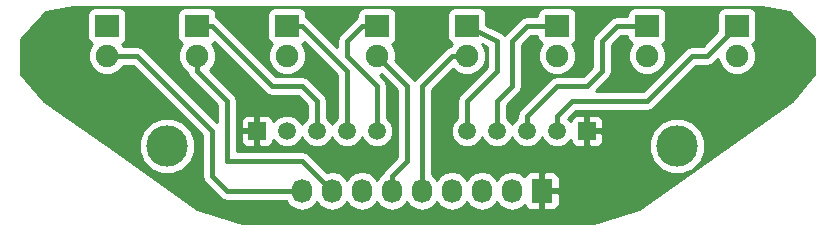
<source format=gbr>
G04 #@! TF.FileFunction,Copper,L1,Top,Signal*
%FSLAX46Y46*%
G04 Gerber Fmt 4.6, Leading zero omitted, Abs format (unit mm)*
G04 Created by KiCad (PCBNEW 4.0.2+dfsg1-stable) date dom 10 sep 2017 20:45:57 CEST*
%MOMM*%
G01*
G04 APERTURE LIST*
%ADD10C,0.100000*%
%ADD11R,2.000000X1.900000*%
%ADD12C,1.900000*%
%ADD13C,1.500000*%
%ADD14R,1.500000X1.500000*%
%ADD15R,1.727200X2.032000*%
%ADD16O,1.727200X2.032000*%
%ADD17C,3.500000*%
%ADD18C,0.400000*%
%ADD19C,0.254000*%
G04 APERTURE END LIST*
D10*
D11*
X176530000Y-87630000D03*
D12*
X176530000Y-90170000D03*
D13*
X153670000Y-96520000D03*
D14*
X163830000Y-96520000D03*
D13*
X161290000Y-96520000D03*
X156210000Y-96520000D03*
X158750000Y-96520000D03*
X146050000Y-96520000D03*
D14*
X135890000Y-96520000D03*
D13*
X138430000Y-96520000D03*
X143510000Y-96520000D03*
X140970000Y-96520000D03*
D11*
X168910000Y-87630000D03*
D12*
X168910000Y-90170000D03*
D11*
X161290000Y-87630000D03*
D12*
X161290000Y-90170000D03*
D11*
X153670000Y-87630000D03*
D12*
X153670000Y-90170000D03*
D11*
X146050000Y-87630000D03*
D12*
X146050000Y-90170000D03*
D11*
X138430000Y-87630000D03*
D12*
X138430000Y-90170000D03*
D11*
X123190000Y-87630000D03*
D12*
X123190000Y-90170000D03*
D11*
X130810000Y-87630000D03*
D12*
X130810000Y-90170000D03*
D15*
X160020000Y-101600000D03*
D16*
X157480000Y-101600000D03*
X154940000Y-101600000D03*
X152400000Y-101600000D03*
X149860000Y-101600000D03*
X147320000Y-101600000D03*
X144780000Y-101600000D03*
X142240000Y-101600000D03*
X139700000Y-101600000D03*
D17*
X171450000Y-97790000D03*
X128270000Y-97790000D03*
D18*
X123190000Y-90170000D02*
X125730000Y-90170000D01*
X133350000Y-101600000D02*
X139700000Y-101600000D01*
X132080000Y-100330000D02*
X133350000Y-101600000D01*
X132080000Y-96520000D02*
X132080000Y-100330000D01*
X125730000Y-90170000D02*
X132080000Y-96520000D01*
X130810000Y-87630000D02*
X132080000Y-87630000D01*
X140970000Y-93980000D02*
X140970000Y-96520000D01*
X139700000Y-92710000D02*
X140970000Y-93980000D01*
X137160000Y-92710000D02*
X139700000Y-92710000D01*
X132080000Y-87630000D02*
X137160000Y-92710000D01*
X142240000Y-101600000D02*
X139700000Y-99060000D01*
X130810000Y-91440000D02*
X130810000Y-90170000D01*
X133350000Y-93980000D02*
X130810000Y-91440000D01*
X133350000Y-99060000D02*
X133350000Y-93980000D01*
X139700000Y-99060000D02*
X133350000Y-99060000D01*
X143510000Y-91440000D02*
X143510000Y-96520000D01*
X139700000Y-87630000D02*
X143510000Y-91440000D01*
X138430000Y-87630000D02*
X139700000Y-87630000D01*
X146050000Y-96520000D02*
X146050000Y-92710000D01*
X144780000Y-87630000D02*
X146050000Y-87630000D01*
X143510000Y-88900000D02*
X144780000Y-87630000D01*
X143510000Y-90170000D02*
X143510000Y-88900000D01*
X146050000Y-92710000D02*
X143510000Y-90170000D01*
X147320000Y-101600000D02*
X147320000Y-100330000D01*
X148590000Y-92710000D02*
X146050000Y-90170000D01*
X148590000Y-99060000D02*
X148590000Y-92710000D01*
X147320000Y-100330000D02*
X148590000Y-99060000D01*
X153670000Y-96520000D02*
X153670000Y-93980000D01*
X156210000Y-88900000D02*
X153670000Y-87630000D01*
X156210000Y-91440000D02*
X156210000Y-88900000D01*
X154940000Y-92710000D02*
X156210000Y-91440000D01*
X153670000Y-93980000D02*
X154940000Y-92710000D01*
X149860000Y-101600000D02*
X149860000Y-92710000D01*
X152400000Y-90170000D02*
X153670000Y-90170000D01*
X149860000Y-92710000D02*
X152400000Y-90170000D01*
X156210000Y-96520000D02*
X156210000Y-93980000D01*
X158750000Y-87630000D02*
X161290000Y-87630000D01*
X157480000Y-88900000D02*
X158750000Y-87630000D01*
X157480000Y-92710000D02*
X157480000Y-88900000D01*
X156210000Y-93980000D02*
X157480000Y-92710000D01*
X158750000Y-96520000D02*
X158750000Y-95250000D01*
X166370000Y-87630000D02*
X168910000Y-87630000D01*
X165100000Y-88900000D02*
X166370000Y-87630000D01*
X165100000Y-91440000D02*
X165100000Y-88900000D01*
X163830000Y-92710000D02*
X165100000Y-91440000D01*
X161290000Y-92710000D02*
X163830000Y-92710000D01*
X158750000Y-95250000D02*
X161290000Y-92710000D01*
X161290000Y-96520000D02*
X161290000Y-95250000D01*
X173990000Y-90170000D02*
X176530000Y-87630000D01*
X172720000Y-90170000D02*
X173990000Y-90170000D01*
X168910000Y-93980000D02*
X172720000Y-90170000D01*
X162560000Y-93980000D02*
X168910000Y-93980000D01*
X161290000Y-95250000D02*
X162560000Y-93980000D01*
D19*
G36*
X180944780Y-86455746D02*
X183099334Y-88695949D01*
X183099334Y-91672495D01*
X181205749Y-93950738D01*
X168283140Y-103096781D01*
X164441851Y-104318600D01*
X134654266Y-104318600D01*
X130819668Y-103101520D01*
X123964318Y-98262325D01*
X125884587Y-98262325D01*
X126246916Y-99139229D01*
X126917242Y-99810726D01*
X127793513Y-100174585D01*
X128742325Y-100175413D01*
X129619229Y-99813084D01*
X130290726Y-99142758D01*
X130654585Y-98266487D01*
X130655413Y-97317675D01*
X130293084Y-96440771D01*
X129622758Y-95769274D01*
X128746487Y-95405415D01*
X127797675Y-95404587D01*
X126920771Y-95766916D01*
X126249274Y-96437242D01*
X125885415Y-97313513D01*
X125884587Y-98262325D01*
X123964318Y-98262325D01*
X117881444Y-93968422D01*
X115952829Y-91721162D01*
X115952829Y-88738626D01*
X117814785Y-86680000D01*
X121542560Y-86680000D01*
X121542560Y-88580000D01*
X121586838Y-88815317D01*
X121725910Y-89031441D01*
X121938110Y-89176431D01*
X121941192Y-89177055D01*
X121847086Y-89270997D01*
X121605276Y-89853341D01*
X121604725Y-90483893D01*
X121845519Y-91066657D01*
X122290997Y-91512914D01*
X122873341Y-91754724D01*
X123503893Y-91755275D01*
X124086657Y-91514481D01*
X124532914Y-91069003D01*
X124559490Y-91005000D01*
X125384132Y-91005000D01*
X131245000Y-96865868D01*
X131245000Y-100330000D01*
X131308561Y-100649541D01*
X131437002Y-100841766D01*
X131489566Y-100920434D01*
X132759566Y-102190434D01*
X133030459Y-102371439D01*
X133350000Y-102435000D01*
X138366767Y-102435000D01*
X138640330Y-102844415D01*
X139126511Y-103169271D01*
X139700000Y-103283345D01*
X140273489Y-103169271D01*
X140759670Y-102844415D01*
X140970000Y-102529634D01*
X141180330Y-102844415D01*
X141666511Y-103169271D01*
X142240000Y-103283345D01*
X142813489Y-103169271D01*
X143299670Y-102844415D01*
X143510000Y-102529634D01*
X143720330Y-102844415D01*
X144206511Y-103169271D01*
X144780000Y-103283345D01*
X145353489Y-103169271D01*
X145839670Y-102844415D01*
X146050000Y-102529634D01*
X146260330Y-102844415D01*
X146746511Y-103169271D01*
X147320000Y-103283345D01*
X147893489Y-103169271D01*
X148379670Y-102844415D01*
X148590000Y-102529634D01*
X148800330Y-102844415D01*
X149286511Y-103169271D01*
X149860000Y-103283345D01*
X150433489Y-103169271D01*
X150919670Y-102844415D01*
X151130000Y-102529634D01*
X151340330Y-102844415D01*
X151826511Y-103169271D01*
X152400000Y-103283345D01*
X152973489Y-103169271D01*
X153459670Y-102844415D01*
X153670000Y-102529634D01*
X153880330Y-102844415D01*
X154366511Y-103169271D01*
X154940000Y-103283345D01*
X155513489Y-103169271D01*
X155999670Y-102844415D01*
X156210000Y-102529634D01*
X156420330Y-102844415D01*
X156906511Y-103169271D01*
X157480000Y-103283345D01*
X158053489Y-103169271D01*
X158539670Y-102844415D01*
X158554500Y-102822220D01*
X158618073Y-102975698D01*
X158796701Y-103154327D01*
X159030090Y-103251000D01*
X159734250Y-103251000D01*
X159893000Y-103092250D01*
X159893000Y-101727000D01*
X160147000Y-101727000D01*
X160147000Y-103092250D01*
X160305750Y-103251000D01*
X161009910Y-103251000D01*
X161243299Y-103154327D01*
X161421927Y-102975698D01*
X161518600Y-102742309D01*
X161518600Y-101885750D01*
X161359850Y-101727000D01*
X160147000Y-101727000D01*
X159893000Y-101727000D01*
X159873000Y-101727000D01*
X159873000Y-101473000D01*
X159893000Y-101473000D01*
X159893000Y-100107750D01*
X160147000Y-100107750D01*
X160147000Y-101473000D01*
X161359850Y-101473000D01*
X161518600Y-101314250D01*
X161518600Y-100457691D01*
X161421927Y-100224302D01*
X161243299Y-100045673D01*
X161009910Y-99949000D01*
X160305750Y-99949000D01*
X160147000Y-100107750D01*
X159893000Y-100107750D01*
X159734250Y-99949000D01*
X159030090Y-99949000D01*
X158796701Y-100045673D01*
X158618073Y-100224302D01*
X158554500Y-100377780D01*
X158539670Y-100355585D01*
X158053489Y-100030729D01*
X157480000Y-99916655D01*
X156906511Y-100030729D01*
X156420330Y-100355585D01*
X156210000Y-100670366D01*
X155999670Y-100355585D01*
X155513489Y-100030729D01*
X154940000Y-99916655D01*
X154366511Y-100030729D01*
X153880330Y-100355585D01*
X153670000Y-100670366D01*
X153459670Y-100355585D01*
X152973489Y-100030729D01*
X152400000Y-99916655D01*
X151826511Y-100030729D01*
X151340330Y-100355585D01*
X151130000Y-100670366D01*
X150919670Y-100355585D01*
X150695000Y-100205465D01*
X150695000Y-98262325D01*
X169064587Y-98262325D01*
X169426916Y-99139229D01*
X170097242Y-99810726D01*
X170973513Y-100174585D01*
X171922325Y-100175413D01*
X172799229Y-99813084D01*
X173470726Y-99142758D01*
X173834585Y-98266487D01*
X173835413Y-97317675D01*
X173473084Y-96440771D01*
X172802758Y-95769274D01*
X171926487Y-95405415D01*
X170977675Y-95404587D01*
X170100771Y-95766916D01*
X169429274Y-96437242D01*
X169065415Y-97313513D01*
X169064587Y-98262325D01*
X150695000Y-98262325D01*
X150695000Y-93055868D01*
X152504708Y-91246160D01*
X152770997Y-91512914D01*
X153353341Y-91754724D01*
X153983893Y-91755275D01*
X154566657Y-91514481D01*
X155012914Y-91069003D01*
X155254724Y-90486659D01*
X155255275Y-89856107D01*
X155014481Y-89273343D01*
X154939655Y-89198386D01*
X155375000Y-89416059D01*
X155375000Y-91094132D01*
X153079566Y-93389566D01*
X152898561Y-93660459D01*
X152835000Y-93980000D01*
X152835000Y-95396564D01*
X152496539Y-95734436D01*
X152285241Y-96243298D01*
X152284760Y-96794285D01*
X152495169Y-97303515D01*
X152884436Y-97693461D01*
X153393298Y-97904759D01*
X153944285Y-97905240D01*
X154453515Y-97694831D01*
X154843461Y-97305564D01*
X154939976Y-97073130D01*
X155035169Y-97303515D01*
X155424436Y-97693461D01*
X155933298Y-97904759D01*
X156484285Y-97905240D01*
X156993515Y-97694831D01*
X157383461Y-97305564D01*
X157479976Y-97073130D01*
X157575169Y-97303515D01*
X157964436Y-97693461D01*
X158473298Y-97904759D01*
X159024285Y-97905240D01*
X159533515Y-97694831D01*
X159923461Y-97305564D01*
X160019976Y-97073130D01*
X160115169Y-97303515D01*
X160504436Y-97693461D01*
X161013298Y-97904759D01*
X161564285Y-97905240D01*
X162073515Y-97694831D01*
X162445000Y-97323993D01*
X162445000Y-97396310D01*
X162541673Y-97629699D01*
X162720302Y-97808327D01*
X162953691Y-97905000D01*
X163544250Y-97905000D01*
X163703000Y-97746250D01*
X163703000Y-96647000D01*
X163957000Y-96647000D01*
X163957000Y-97746250D01*
X164115750Y-97905000D01*
X164706309Y-97905000D01*
X164939698Y-97808327D01*
X165118327Y-97629699D01*
X165215000Y-97396310D01*
X165215000Y-96805750D01*
X165056250Y-96647000D01*
X163957000Y-96647000D01*
X163703000Y-96647000D01*
X163683000Y-96647000D01*
X163683000Y-96393000D01*
X163703000Y-96393000D01*
X163703000Y-95293750D01*
X163957000Y-95293750D01*
X163957000Y-96393000D01*
X165056250Y-96393000D01*
X165215000Y-96234250D01*
X165215000Y-95643690D01*
X165118327Y-95410301D01*
X164939698Y-95231673D01*
X164706309Y-95135000D01*
X164115750Y-95135000D01*
X163957000Y-95293750D01*
X163703000Y-95293750D01*
X163544250Y-95135000D01*
X162953691Y-95135000D01*
X162720302Y-95231673D01*
X162541673Y-95410301D01*
X162445000Y-95643690D01*
X162445000Y-95716619D01*
X162224816Y-95496052D01*
X162905868Y-94815000D01*
X168910000Y-94815000D01*
X169229541Y-94751439D01*
X169500434Y-94570434D01*
X173065868Y-91005000D01*
X173990000Y-91005000D01*
X174309541Y-90941439D01*
X174580434Y-90760434D01*
X174944802Y-90396066D01*
X174944725Y-90483893D01*
X175185519Y-91066657D01*
X175630997Y-91512914D01*
X176213341Y-91754724D01*
X176843893Y-91755275D01*
X177426657Y-91514481D01*
X177872914Y-91069003D01*
X178114724Y-90486659D01*
X178115275Y-89856107D01*
X177874481Y-89273343D01*
X177776971Y-89175663D01*
X177981441Y-89044090D01*
X178126431Y-88831890D01*
X178177440Y-88580000D01*
X178177440Y-86680000D01*
X178133162Y-86444683D01*
X177994090Y-86228559D01*
X177781890Y-86083569D01*
X177530000Y-86032560D01*
X175530000Y-86032560D01*
X175294683Y-86076838D01*
X175078559Y-86215910D01*
X174933569Y-86428110D01*
X174882560Y-86680000D01*
X174882560Y-88096572D01*
X173644132Y-89335000D01*
X172720000Y-89335000D01*
X172400460Y-89398560D01*
X172129566Y-89579566D01*
X168564132Y-93145000D01*
X164575868Y-93145000D01*
X165690434Y-92030434D01*
X165727608Y-91974799D01*
X165871439Y-91759541D01*
X165935000Y-91440000D01*
X165935000Y-89245868D01*
X166715868Y-88465000D01*
X167262560Y-88465000D01*
X167262560Y-88580000D01*
X167306838Y-88815317D01*
X167445910Y-89031441D01*
X167658110Y-89176431D01*
X167661192Y-89177055D01*
X167567086Y-89270997D01*
X167325276Y-89853341D01*
X167324725Y-90483893D01*
X167565519Y-91066657D01*
X168010997Y-91512914D01*
X168593341Y-91754724D01*
X169223893Y-91755275D01*
X169806657Y-91514481D01*
X170252914Y-91069003D01*
X170494724Y-90486659D01*
X170495275Y-89856107D01*
X170254481Y-89273343D01*
X170156971Y-89175663D01*
X170361441Y-89044090D01*
X170506431Y-88831890D01*
X170557440Y-88580000D01*
X170557440Y-86680000D01*
X170513162Y-86444683D01*
X170374090Y-86228559D01*
X170161890Y-86083569D01*
X169910000Y-86032560D01*
X167910000Y-86032560D01*
X167674683Y-86076838D01*
X167458559Y-86215910D01*
X167313569Y-86428110D01*
X167262560Y-86680000D01*
X167262560Y-86795000D01*
X166370000Y-86795000D01*
X166050459Y-86858561D01*
X165839984Y-86999196D01*
X165779566Y-87039566D01*
X164509566Y-88309566D01*
X164328561Y-88580459D01*
X164265000Y-88900000D01*
X164265000Y-91094132D01*
X163484132Y-91875000D01*
X161290000Y-91875000D01*
X160970459Y-91938561D01*
X160699566Y-92119566D01*
X158159566Y-94659566D01*
X157978561Y-94930459D01*
X157915000Y-95250000D01*
X157915000Y-95396564D01*
X157576539Y-95734436D01*
X157480024Y-95966870D01*
X157384831Y-95736485D01*
X157045000Y-95396061D01*
X157045000Y-94325868D01*
X158070434Y-93300434D01*
X158251439Y-93029541D01*
X158315000Y-92710000D01*
X158315000Y-89245868D01*
X159095868Y-88465000D01*
X159642560Y-88465000D01*
X159642560Y-88580000D01*
X159686838Y-88815317D01*
X159825910Y-89031441D01*
X160038110Y-89176431D01*
X160041192Y-89177055D01*
X159947086Y-89270997D01*
X159705276Y-89853341D01*
X159704725Y-90483893D01*
X159945519Y-91066657D01*
X160390997Y-91512914D01*
X160973341Y-91754724D01*
X161603893Y-91755275D01*
X162186657Y-91514481D01*
X162632914Y-91069003D01*
X162874724Y-90486659D01*
X162875275Y-89856107D01*
X162634481Y-89273343D01*
X162536971Y-89175663D01*
X162741441Y-89044090D01*
X162886431Y-88831890D01*
X162937440Y-88580000D01*
X162937440Y-86680000D01*
X162893162Y-86444683D01*
X162754090Y-86228559D01*
X162541890Y-86083569D01*
X162290000Y-86032560D01*
X160290000Y-86032560D01*
X160054683Y-86076838D01*
X159838559Y-86215910D01*
X159693569Y-86428110D01*
X159642560Y-86680000D01*
X159642560Y-86795000D01*
X158750000Y-86795000D01*
X158430459Y-86858561D01*
X158219984Y-86999196D01*
X158159566Y-87039566D01*
X156889566Y-88309566D01*
X156849920Y-88368900D01*
X156840804Y-88352907D01*
X156817103Y-88334512D01*
X156800434Y-88309566D01*
X156689154Y-88235211D01*
X156583423Y-88153153D01*
X155317440Y-87520162D01*
X155317440Y-86680000D01*
X155273162Y-86444683D01*
X155134090Y-86228559D01*
X154921890Y-86083569D01*
X154670000Y-86032560D01*
X152670000Y-86032560D01*
X152434683Y-86076838D01*
X152218559Y-86215910D01*
X152073569Y-86428110D01*
X152022560Y-86680000D01*
X152022560Y-88580000D01*
X152066838Y-88815317D01*
X152205910Y-89031441D01*
X152418110Y-89176431D01*
X152421192Y-89177055D01*
X152327086Y-89270997D01*
X152291552Y-89356572D01*
X152080459Y-89398561D01*
X151809566Y-89579566D01*
X149269566Y-92119566D01*
X149225000Y-92186264D01*
X149180434Y-92119566D01*
X147609140Y-90548272D01*
X147634724Y-90486659D01*
X147635275Y-89856107D01*
X147394481Y-89273343D01*
X147296971Y-89175663D01*
X147501441Y-89044090D01*
X147646431Y-88831890D01*
X147697440Y-88580000D01*
X147697440Y-86680000D01*
X147653162Y-86444683D01*
X147514090Y-86228559D01*
X147301890Y-86083569D01*
X147050000Y-86032560D01*
X145050000Y-86032560D01*
X144814683Y-86076838D01*
X144598559Y-86215910D01*
X144453569Y-86428110D01*
X144402560Y-86680000D01*
X144402560Y-86897248D01*
X144249984Y-86999196D01*
X144189566Y-87039566D01*
X142919566Y-88309566D01*
X142738561Y-88580459D01*
X142675000Y-88900000D01*
X142675000Y-89424132D01*
X140290434Y-87039566D01*
X140230016Y-86999196D01*
X140077440Y-86897248D01*
X140077440Y-86680000D01*
X140033162Y-86444683D01*
X139894090Y-86228559D01*
X139681890Y-86083569D01*
X139430000Y-86032560D01*
X137430000Y-86032560D01*
X137194683Y-86076838D01*
X136978559Y-86215910D01*
X136833569Y-86428110D01*
X136782560Y-86680000D01*
X136782560Y-88580000D01*
X136826838Y-88815317D01*
X136965910Y-89031441D01*
X137178110Y-89176431D01*
X137181192Y-89177055D01*
X137087086Y-89270997D01*
X136845276Y-89853341D01*
X136844725Y-90483893D01*
X137085519Y-91066657D01*
X137530997Y-91512914D01*
X138113341Y-91754724D01*
X138743893Y-91755275D01*
X139326657Y-91514481D01*
X139772914Y-91069003D01*
X140014724Y-90486659D01*
X140015275Y-89856107D01*
X139774481Y-89273343D01*
X139676971Y-89175663D01*
X139881441Y-89044090D01*
X139902460Y-89013328D01*
X142675000Y-91785868D01*
X142675000Y-95396564D01*
X142336539Y-95734436D01*
X142240024Y-95966870D01*
X142144831Y-95736485D01*
X141805000Y-95396061D01*
X141805000Y-93980000D01*
X141741439Y-93660459D01*
X141560434Y-93389566D01*
X140290434Y-92119566D01*
X140019541Y-91938561D01*
X139700000Y-91875000D01*
X137505868Y-91875000D01*
X132670434Y-87039566D01*
X132610016Y-86999196D01*
X132457440Y-86897248D01*
X132457440Y-86680000D01*
X132413162Y-86444683D01*
X132274090Y-86228559D01*
X132061890Y-86083569D01*
X131810000Y-86032560D01*
X129810000Y-86032560D01*
X129574683Y-86076838D01*
X129358559Y-86215910D01*
X129213569Y-86428110D01*
X129162560Y-86680000D01*
X129162560Y-88580000D01*
X129206838Y-88815317D01*
X129345910Y-89031441D01*
X129558110Y-89176431D01*
X129561192Y-89177055D01*
X129467086Y-89270997D01*
X129225276Y-89853341D01*
X129224725Y-90483893D01*
X129465519Y-91066657D01*
X129910997Y-91512914D01*
X129996572Y-91548448D01*
X130038561Y-91759541D01*
X130182392Y-91974799D01*
X130219566Y-92030434D01*
X132515000Y-94325868D01*
X132515000Y-95774132D01*
X126320434Y-89579566D01*
X126049541Y-89398561D01*
X125730000Y-89335000D01*
X124559957Y-89335000D01*
X124534481Y-89273343D01*
X124436971Y-89175663D01*
X124641441Y-89044090D01*
X124786431Y-88831890D01*
X124837440Y-88580000D01*
X124837440Y-86680000D01*
X124793162Y-86444683D01*
X124654090Y-86228559D01*
X124441890Y-86083569D01*
X124190000Y-86032560D01*
X122190000Y-86032560D01*
X121954683Y-86076838D01*
X121738559Y-86215910D01*
X121593569Y-86428110D01*
X121542560Y-86680000D01*
X117814785Y-86680000D01*
X118036067Y-86435346D01*
X120301692Y-86008461D01*
X178670990Y-86008461D01*
X180944780Y-86455746D01*
X180944780Y-86455746D01*
G37*
X180944780Y-86455746D02*
X183099334Y-88695949D01*
X183099334Y-91672495D01*
X181205749Y-93950738D01*
X168283140Y-103096781D01*
X164441851Y-104318600D01*
X134654266Y-104318600D01*
X130819668Y-103101520D01*
X123964318Y-98262325D01*
X125884587Y-98262325D01*
X126246916Y-99139229D01*
X126917242Y-99810726D01*
X127793513Y-100174585D01*
X128742325Y-100175413D01*
X129619229Y-99813084D01*
X130290726Y-99142758D01*
X130654585Y-98266487D01*
X130655413Y-97317675D01*
X130293084Y-96440771D01*
X129622758Y-95769274D01*
X128746487Y-95405415D01*
X127797675Y-95404587D01*
X126920771Y-95766916D01*
X126249274Y-96437242D01*
X125885415Y-97313513D01*
X125884587Y-98262325D01*
X123964318Y-98262325D01*
X117881444Y-93968422D01*
X115952829Y-91721162D01*
X115952829Y-88738626D01*
X117814785Y-86680000D01*
X121542560Y-86680000D01*
X121542560Y-88580000D01*
X121586838Y-88815317D01*
X121725910Y-89031441D01*
X121938110Y-89176431D01*
X121941192Y-89177055D01*
X121847086Y-89270997D01*
X121605276Y-89853341D01*
X121604725Y-90483893D01*
X121845519Y-91066657D01*
X122290997Y-91512914D01*
X122873341Y-91754724D01*
X123503893Y-91755275D01*
X124086657Y-91514481D01*
X124532914Y-91069003D01*
X124559490Y-91005000D01*
X125384132Y-91005000D01*
X131245000Y-96865868D01*
X131245000Y-100330000D01*
X131308561Y-100649541D01*
X131437002Y-100841766D01*
X131489566Y-100920434D01*
X132759566Y-102190434D01*
X133030459Y-102371439D01*
X133350000Y-102435000D01*
X138366767Y-102435000D01*
X138640330Y-102844415D01*
X139126511Y-103169271D01*
X139700000Y-103283345D01*
X140273489Y-103169271D01*
X140759670Y-102844415D01*
X140970000Y-102529634D01*
X141180330Y-102844415D01*
X141666511Y-103169271D01*
X142240000Y-103283345D01*
X142813489Y-103169271D01*
X143299670Y-102844415D01*
X143510000Y-102529634D01*
X143720330Y-102844415D01*
X144206511Y-103169271D01*
X144780000Y-103283345D01*
X145353489Y-103169271D01*
X145839670Y-102844415D01*
X146050000Y-102529634D01*
X146260330Y-102844415D01*
X146746511Y-103169271D01*
X147320000Y-103283345D01*
X147893489Y-103169271D01*
X148379670Y-102844415D01*
X148590000Y-102529634D01*
X148800330Y-102844415D01*
X149286511Y-103169271D01*
X149860000Y-103283345D01*
X150433489Y-103169271D01*
X150919670Y-102844415D01*
X151130000Y-102529634D01*
X151340330Y-102844415D01*
X151826511Y-103169271D01*
X152400000Y-103283345D01*
X152973489Y-103169271D01*
X153459670Y-102844415D01*
X153670000Y-102529634D01*
X153880330Y-102844415D01*
X154366511Y-103169271D01*
X154940000Y-103283345D01*
X155513489Y-103169271D01*
X155999670Y-102844415D01*
X156210000Y-102529634D01*
X156420330Y-102844415D01*
X156906511Y-103169271D01*
X157480000Y-103283345D01*
X158053489Y-103169271D01*
X158539670Y-102844415D01*
X158554500Y-102822220D01*
X158618073Y-102975698D01*
X158796701Y-103154327D01*
X159030090Y-103251000D01*
X159734250Y-103251000D01*
X159893000Y-103092250D01*
X159893000Y-101727000D01*
X160147000Y-101727000D01*
X160147000Y-103092250D01*
X160305750Y-103251000D01*
X161009910Y-103251000D01*
X161243299Y-103154327D01*
X161421927Y-102975698D01*
X161518600Y-102742309D01*
X161518600Y-101885750D01*
X161359850Y-101727000D01*
X160147000Y-101727000D01*
X159893000Y-101727000D01*
X159873000Y-101727000D01*
X159873000Y-101473000D01*
X159893000Y-101473000D01*
X159893000Y-100107750D01*
X160147000Y-100107750D01*
X160147000Y-101473000D01*
X161359850Y-101473000D01*
X161518600Y-101314250D01*
X161518600Y-100457691D01*
X161421927Y-100224302D01*
X161243299Y-100045673D01*
X161009910Y-99949000D01*
X160305750Y-99949000D01*
X160147000Y-100107750D01*
X159893000Y-100107750D01*
X159734250Y-99949000D01*
X159030090Y-99949000D01*
X158796701Y-100045673D01*
X158618073Y-100224302D01*
X158554500Y-100377780D01*
X158539670Y-100355585D01*
X158053489Y-100030729D01*
X157480000Y-99916655D01*
X156906511Y-100030729D01*
X156420330Y-100355585D01*
X156210000Y-100670366D01*
X155999670Y-100355585D01*
X155513489Y-100030729D01*
X154940000Y-99916655D01*
X154366511Y-100030729D01*
X153880330Y-100355585D01*
X153670000Y-100670366D01*
X153459670Y-100355585D01*
X152973489Y-100030729D01*
X152400000Y-99916655D01*
X151826511Y-100030729D01*
X151340330Y-100355585D01*
X151130000Y-100670366D01*
X150919670Y-100355585D01*
X150695000Y-100205465D01*
X150695000Y-98262325D01*
X169064587Y-98262325D01*
X169426916Y-99139229D01*
X170097242Y-99810726D01*
X170973513Y-100174585D01*
X171922325Y-100175413D01*
X172799229Y-99813084D01*
X173470726Y-99142758D01*
X173834585Y-98266487D01*
X173835413Y-97317675D01*
X173473084Y-96440771D01*
X172802758Y-95769274D01*
X171926487Y-95405415D01*
X170977675Y-95404587D01*
X170100771Y-95766916D01*
X169429274Y-96437242D01*
X169065415Y-97313513D01*
X169064587Y-98262325D01*
X150695000Y-98262325D01*
X150695000Y-93055868D01*
X152504708Y-91246160D01*
X152770997Y-91512914D01*
X153353341Y-91754724D01*
X153983893Y-91755275D01*
X154566657Y-91514481D01*
X155012914Y-91069003D01*
X155254724Y-90486659D01*
X155255275Y-89856107D01*
X155014481Y-89273343D01*
X154939655Y-89198386D01*
X155375000Y-89416059D01*
X155375000Y-91094132D01*
X153079566Y-93389566D01*
X152898561Y-93660459D01*
X152835000Y-93980000D01*
X152835000Y-95396564D01*
X152496539Y-95734436D01*
X152285241Y-96243298D01*
X152284760Y-96794285D01*
X152495169Y-97303515D01*
X152884436Y-97693461D01*
X153393298Y-97904759D01*
X153944285Y-97905240D01*
X154453515Y-97694831D01*
X154843461Y-97305564D01*
X154939976Y-97073130D01*
X155035169Y-97303515D01*
X155424436Y-97693461D01*
X155933298Y-97904759D01*
X156484285Y-97905240D01*
X156993515Y-97694831D01*
X157383461Y-97305564D01*
X157479976Y-97073130D01*
X157575169Y-97303515D01*
X157964436Y-97693461D01*
X158473298Y-97904759D01*
X159024285Y-97905240D01*
X159533515Y-97694831D01*
X159923461Y-97305564D01*
X160019976Y-97073130D01*
X160115169Y-97303515D01*
X160504436Y-97693461D01*
X161013298Y-97904759D01*
X161564285Y-97905240D01*
X162073515Y-97694831D01*
X162445000Y-97323993D01*
X162445000Y-97396310D01*
X162541673Y-97629699D01*
X162720302Y-97808327D01*
X162953691Y-97905000D01*
X163544250Y-97905000D01*
X163703000Y-97746250D01*
X163703000Y-96647000D01*
X163957000Y-96647000D01*
X163957000Y-97746250D01*
X164115750Y-97905000D01*
X164706309Y-97905000D01*
X164939698Y-97808327D01*
X165118327Y-97629699D01*
X165215000Y-97396310D01*
X165215000Y-96805750D01*
X165056250Y-96647000D01*
X163957000Y-96647000D01*
X163703000Y-96647000D01*
X163683000Y-96647000D01*
X163683000Y-96393000D01*
X163703000Y-96393000D01*
X163703000Y-95293750D01*
X163957000Y-95293750D01*
X163957000Y-96393000D01*
X165056250Y-96393000D01*
X165215000Y-96234250D01*
X165215000Y-95643690D01*
X165118327Y-95410301D01*
X164939698Y-95231673D01*
X164706309Y-95135000D01*
X164115750Y-95135000D01*
X163957000Y-95293750D01*
X163703000Y-95293750D01*
X163544250Y-95135000D01*
X162953691Y-95135000D01*
X162720302Y-95231673D01*
X162541673Y-95410301D01*
X162445000Y-95643690D01*
X162445000Y-95716619D01*
X162224816Y-95496052D01*
X162905868Y-94815000D01*
X168910000Y-94815000D01*
X169229541Y-94751439D01*
X169500434Y-94570434D01*
X173065868Y-91005000D01*
X173990000Y-91005000D01*
X174309541Y-90941439D01*
X174580434Y-90760434D01*
X174944802Y-90396066D01*
X174944725Y-90483893D01*
X175185519Y-91066657D01*
X175630997Y-91512914D01*
X176213341Y-91754724D01*
X176843893Y-91755275D01*
X177426657Y-91514481D01*
X177872914Y-91069003D01*
X178114724Y-90486659D01*
X178115275Y-89856107D01*
X177874481Y-89273343D01*
X177776971Y-89175663D01*
X177981441Y-89044090D01*
X178126431Y-88831890D01*
X178177440Y-88580000D01*
X178177440Y-86680000D01*
X178133162Y-86444683D01*
X177994090Y-86228559D01*
X177781890Y-86083569D01*
X177530000Y-86032560D01*
X175530000Y-86032560D01*
X175294683Y-86076838D01*
X175078559Y-86215910D01*
X174933569Y-86428110D01*
X174882560Y-86680000D01*
X174882560Y-88096572D01*
X173644132Y-89335000D01*
X172720000Y-89335000D01*
X172400460Y-89398560D01*
X172129566Y-89579566D01*
X168564132Y-93145000D01*
X164575868Y-93145000D01*
X165690434Y-92030434D01*
X165727608Y-91974799D01*
X165871439Y-91759541D01*
X165935000Y-91440000D01*
X165935000Y-89245868D01*
X166715868Y-88465000D01*
X167262560Y-88465000D01*
X167262560Y-88580000D01*
X167306838Y-88815317D01*
X167445910Y-89031441D01*
X167658110Y-89176431D01*
X167661192Y-89177055D01*
X167567086Y-89270997D01*
X167325276Y-89853341D01*
X167324725Y-90483893D01*
X167565519Y-91066657D01*
X168010997Y-91512914D01*
X168593341Y-91754724D01*
X169223893Y-91755275D01*
X169806657Y-91514481D01*
X170252914Y-91069003D01*
X170494724Y-90486659D01*
X170495275Y-89856107D01*
X170254481Y-89273343D01*
X170156971Y-89175663D01*
X170361441Y-89044090D01*
X170506431Y-88831890D01*
X170557440Y-88580000D01*
X170557440Y-86680000D01*
X170513162Y-86444683D01*
X170374090Y-86228559D01*
X170161890Y-86083569D01*
X169910000Y-86032560D01*
X167910000Y-86032560D01*
X167674683Y-86076838D01*
X167458559Y-86215910D01*
X167313569Y-86428110D01*
X167262560Y-86680000D01*
X167262560Y-86795000D01*
X166370000Y-86795000D01*
X166050459Y-86858561D01*
X165839984Y-86999196D01*
X165779566Y-87039566D01*
X164509566Y-88309566D01*
X164328561Y-88580459D01*
X164265000Y-88900000D01*
X164265000Y-91094132D01*
X163484132Y-91875000D01*
X161290000Y-91875000D01*
X160970459Y-91938561D01*
X160699566Y-92119566D01*
X158159566Y-94659566D01*
X157978561Y-94930459D01*
X157915000Y-95250000D01*
X157915000Y-95396564D01*
X157576539Y-95734436D01*
X157480024Y-95966870D01*
X157384831Y-95736485D01*
X157045000Y-95396061D01*
X157045000Y-94325868D01*
X158070434Y-93300434D01*
X158251439Y-93029541D01*
X158315000Y-92710000D01*
X158315000Y-89245868D01*
X159095868Y-88465000D01*
X159642560Y-88465000D01*
X159642560Y-88580000D01*
X159686838Y-88815317D01*
X159825910Y-89031441D01*
X160038110Y-89176431D01*
X160041192Y-89177055D01*
X159947086Y-89270997D01*
X159705276Y-89853341D01*
X159704725Y-90483893D01*
X159945519Y-91066657D01*
X160390997Y-91512914D01*
X160973341Y-91754724D01*
X161603893Y-91755275D01*
X162186657Y-91514481D01*
X162632914Y-91069003D01*
X162874724Y-90486659D01*
X162875275Y-89856107D01*
X162634481Y-89273343D01*
X162536971Y-89175663D01*
X162741441Y-89044090D01*
X162886431Y-88831890D01*
X162937440Y-88580000D01*
X162937440Y-86680000D01*
X162893162Y-86444683D01*
X162754090Y-86228559D01*
X162541890Y-86083569D01*
X162290000Y-86032560D01*
X160290000Y-86032560D01*
X160054683Y-86076838D01*
X159838559Y-86215910D01*
X159693569Y-86428110D01*
X159642560Y-86680000D01*
X159642560Y-86795000D01*
X158750000Y-86795000D01*
X158430459Y-86858561D01*
X158219984Y-86999196D01*
X158159566Y-87039566D01*
X156889566Y-88309566D01*
X156849920Y-88368900D01*
X156840804Y-88352907D01*
X156817103Y-88334512D01*
X156800434Y-88309566D01*
X156689154Y-88235211D01*
X156583423Y-88153153D01*
X155317440Y-87520162D01*
X155317440Y-86680000D01*
X155273162Y-86444683D01*
X155134090Y-86228559D01*
X154921890Y-86083569D01*
X154670000Y-86032560D01*
X152670000Y-86032560D01*
X152434683Y-86076838D01*
X152218559Y-86215910D01*
X152073569Y-86428110D01*
X152022560Y-86680000D01*
X152022560Y-88580000D01*
X152066838Y-88815317D01*
X152205910Y-89031441D01*
X152418110Y-89176431D01*
X152421192Y-89177055D01*
X152327086Y-89270997D01*
X152291552Y-89356572D01*
X152080459Y-89398561D01*
X151809566Y-89579566D01*
X149269566Y-92119566D01*
X149225000Y-92186264D01*
X149180434Y-92119566D01*
X147609140Y-90548272D01*
X147634724Y-90486659D01*
X147635275Y-89856107D01*
X147394481Y-89273343D01*
X147296971Y-89175663D01*
X147501441Y-89044090D01*
X147646431Y-88831890D01*
X147697440Y-88580000D01*
X147697440Y-86680000D01*
X147653162Y-86444683D01*
X147514090Y-86228559D01*
X147301890Y-86083569D01*
X147050000Y-86032560D01*
X145050000Y-86032560D01*
X144814683Y-86076838D01*
X144598559Y-86215910D01*
X144453569Y-86428110D01*
X144402560Y-86680000D01*
X144402560Y-86897248D01*
X144249984Y-86999196D01*
X144189566Y-87039566D01*
X142919566Y-88309566D01*
X142738561Y-88580459D01*
X142675000Y-88900000D01*
X142675000Y-89424132D01*
X140290434Y-87039566D01*
X140230016Y-86999196D01*
X140077440Y-86897248D01*
X140077440Y-86680000D01*
X140033162Y-86444683D01*
X139894090Y-86228559D01*
X139681890Y-86083569D01*
X139430000Y-86032560D01*
X137430000Y-86032560D01*
X137194683Y-86076838D01*
X136978559Y-86215910D01*
X136833569Y-86428110D01*
X136782560Y-86680000D01*
X136782560Y-88580000D01*
X136826838Y-88815317D01*
X136965910Y-89031441D01*
X137178110Y-89176431D01*
X137181192Y-89177055D01*
X137087086Y-89270997D01*
X136845276Y-89853341D01*
X136844725Y-90483893D01*
X137085519Y-91066657D01*
X137530997Y-91512914D01*
X138113341Y-91754724D01*
X138743893Y-91755275D01*
X139326657Y-91514481D01*
X139772914Y-91069003D01*
X140014724Y-90486659D01*
X140015275Y-89856107D01*
X139774481Y-89273343D01*
X139676971Y-89175663D01*
X139881441Y-89044090D01*
X139902460Y-89013328D01*
X142675000Y-91785868D01*
X142675000Y-95396564D01*
X142336539Y-95734436D01*
X142240024Y-95966870D01*
X142144831Y-95736485D01*
X141805000Y-95396061D01*
X141805000Y-93980000D01*
X141741439Y-93660459D01*
X141560434Y-93389566D01*
X140290434Y-92119566D01*
X140019541Y-91938561D01*
X139700000Y-91875000D01*
X137505868Y-91875000D01*
X132670434Y-87039566D01*
X132610016Y-86999196D01*
X132457440Y-86897248D01*
X132457440Y-86680000D01*
X132413162Y-86444683D01*
X132274090Y-86228559D01*
X132061890Y-86083569D01*
X131810000Y-86032560D01*
X129810000Y-86032560D01*
X129574683Y-86076838D01*
X129358559Y-86215910D01*
X129213569Y-86428110D01*
X129162560Y-86680000D01*
X129162560Y-88580000D01*
X129206838Y-88815317D01*
X129345910Y-89031441D01*
X129558110Y-89176431D01*
X129561192Y-89177055D01*
X129467086Y-89270997D01*
X129225276Y-89853341D01*
X129224725Y-90483893D01*
X129465519Y-91066657D01*
X129910997Y-91512914D01*
X129996572Y-91548448D01*
X130038561Y-91759541D01*
X130182392Y-91974799D01*
X130219566Y-92030434D01*
X132515000Y-94325868D01*
X132515000Y-95774132D01*
X126320434Y-89579566D01*
X126049541Y-89398561D01*
X125730000Y-89335000D01*
X124559957Y-89335000D01*
X124534481Y-89273343D01*
X124436971Y-89175663D01*
X124641441Y-89044090D01*
X124786431Y-88831890D01*
X124837440Y-88580000D01*
X124837440Y-86680000D01*
X124793162Y-86444683D01*
X124654090Y-86228559D01*
X124441890Y-86083569D01*
X124190000Y-86032560D01*
X122190000Y-86032560D01*
X121954683Y-86076838D01*
X121738559Y-86215910D01*
X121593569Y-86428110D01*
X121542560Y-86680000D01*
X117814785Y-86680000D01*
X118036067Y-86435346D01*
X120301692Y-86008461D01*
X178670990Y-86008461D01*
X180944780Y-86455746D01*
G36*
X136569566Y-93300434D02*
X136840459Y-93481439D01*
X137160000Y-93545000D01*
X139354132Y-93545000D01*
X140135000Y-94325868D01*
X140135000Y-95396564D01*
X139796539Y-95734436D01*
X139700024Y-95966870D01*
X139604831Y-95736485D01*
X139215564Y-95346539D01*
X138706702Y-95135241D01*
X138155715Y-95134760D01*
X137646485Y-95345169D01*
X137275000Y-95716007D01*
X137275000Y-95643690D01*
X137178327Y-95410301D01*
X136999698Y-95231673D01*
X136766309Y-95135000D01*
X136175750Y-95135000D01*
X136017000Y-95293750D01*
X136017000Y-96393000D01*
X136037000Y-96393000D01*
X136037000Y-96647000D01*
X136017000Y-96647000D01*
X136017000Y-97746250D01*
X136175750Y-97905000D01*
X136766309Y-97905000D01*
X136999698Y-97808327D01*
X137178327Y-97629699D01*
X137275000Y-97396310D01*
X137275000Y-97323381D01*
X137644436Y-97693461D01*
X138153298Y-97904759D01*
X138704285Y-97905240D01*
X139213515Y-97694831D01*
X139603461Y-97305564D01*
X139699976Y-97073130D01*
X139795169Y-97303515D01*
X140184436Y-97693461D01*
X140693298Y-97904759D01*
X141244285Y-97905240D01*
X141753515Y-97694831D01*
X142143461Y-97305564D01*
X142239976Y-97073130D01*
X142335169Y-97303515D01*
X142724436Y-97693461D01*
X143233298Y-97904759D01*
X143784285Y-97905240D01*
X144293515Y-97694831D01*
X144683461Y-97305564D01*
X144779976Y-97073130D01*
X144875169Y-97303515D01*
X145264436Y-97693461D01*
X145773298Y-97904759D01*
X146324285Y-97905240D01*
X146833515Y-97694831D01*
X147223461Y-97305564D01*
X147434759Y-96796702D01*
X147435240Y-96245715D01*
X147224831Y-95736485D01*
X146885000Y-95396061D01*
X146885000Y-92710000D01*
X146821439Y-92390459D01*
X146640434Y-92119566D01*
X146276066Y-91755198D01*
X146363893Y-91755275D01*
X146427942Y-91728810D01*
X147755000Y-93055868D01*
X147755000Y-98714132D01*
X146729566Y-99739566D01*
X146548561Y-100010459D01*
X146513569Y-100186376D01*
X146260330Y-100355585D01*
X146050000Y-100670366D01*
X145839670Y-100355585D01*
X145353489Y-100030729D01*
X144780000Y-99916655D01*
X144206511Y-100030729D01*
X143720330Y-100355585D01*
X143510000Y-100670366D01*
X143299670Y-100355585D01*
X142813489Y-100030729D01*
X142240000Y-99916655D01*
X141820889Y-100000021D01*
X140290434Y-98469566D01*
X140019541Y-98288561D01*
X139700000Y-98225000D01*
X134185000Y-98225000D01*
X134185000Y-96805750D01*
X134505000Y-96805750D01*
X134505000Y-97396310D01*
X134601673Y-97629699D01*
X134780302Y-97808327D01*
X135013691Y-97905000D01*
X135604250Y-97905000D01*
X135763000Y-97746250D01*
X135763000Y-96647000D01*
X134663750Y-96647000D01*
X134505000Y-96805750D01*
X134185000Y-96805750D01*
X134185000Y-95643690D01*
X134505000Y-95643690D01*
X134505000Y-96234250D01*
X134663750Y-96393000D01*
X135763000Y-96393000D01*
X135763000Y-95293750D01*
X135604250Y-95135000D01*
X135013691Y-95135000D01*
X134780302Y-95231673D01*
X134601673Y-95410301D01*
X134505000Y-95643690D01*
X134185000Y-95643690D01*
X134185000Y-93980000D01*
X134121439Y-93660459D01*
X133940434Y-93389566D01*
X131886160Y-91335292D01*
X132152914Y-91069003D01*
X132394724Y-90486659D01*
X132395275Y-89856107D01*
X132154481Y-89273343D01*
X132056971Y-89175663D01*
X132261441Y-89044090D01*
X132282460Y-89013328D01*
X136569566Y-93300434D01*
X136569566Y-93300434D01*
G37*
X136569566Y-93300434D02*
X136840459Y-93481439D01*
X137160000Y-93545000D01*
X139354132Y-93545000D01*
X140135000Y-94325868D01*
X140135000Y-95396564D01*
X139796539Y-95734436D01*
X139700024Y-95966870D01*
X139604831Y-95736485D01*
X139215564Y-95346539D01*
X138706702Y-95135241D01*
X138155715Y-95134760D01*
X137646485Y-95345169D01*
X137275000Y-95716007D01*
X137275000Y-95643690D01*
X137178327Y-95410301D01*
X136999698Y-95231673D01*
X136766309Y-95135000D01*
X136175750Y-95135000D01*
X136017000Y-95293750D01*
X136017000Y-96393000D01*
X136037000Y-96393000D01*
X136037000Y-96647000D01*
X136017000Y-96647000D01*
X136017000Y-97746250D01*
X136175750Y-97905000D01*
X136766309Y-97905000D01*
X136999698Y-97808327D01*
X137178327Y-97629699D01*
X137275000Y-97396310D01*
X137275000Y-97323381D01*
X137644436Y-97693461D01*
X138153298Y-97904759D01*
X138704285Y-97905240D01*
X139213515Y-97694831D01*
X139603461Y-97305564D01*
X139699976Y-97073130D01*
X139795169Y-97303515D01*
X140184436Y-97693461D01*
X140693298Y-97904759D01*
X141244285Y-97905240D01*
X141753515Y-97694831D01*
X142143461Y-97305564D01*
X142239976Y-97073130D01*
X142335169Y-97303515D01*
X142724436Y-97693461D01*
X143233298Y-97904759D01*
X143784285Y-97905240D01*
X144293515Y-97694831D01*
X144683461Y-97305564D01*
X144779976Y-97073130D01*
X144875169Y-97303515D01*
X145264436Y-97693461D01*
X145773298Y-97904759D01*
X146324285Y-97905240D01*
X146833515Y-97694831D01*
X147223461Y-97305564D01*
X147434759Y-96796702D01*
X147435240Y-96245715D01*
X147224831Y-95736485D01*
X146885000Y-95396061D01*
X146885000Y-92710000D01*
X146821439Y-92390459D01*
X146640434Y-92119566D01*
X146276066Y-91755198D01*
X146363893Y-91755275D01*
X146427942Y-91728810D01*
X147755000Y-93055868D01*
X147755000Y-98714132D01*
X146729566Y-99739566D01*
X146548561Y-100010459D01*
X146513569Y-100186376D01*
X146260330Y-100355585D01*
X146050000Y-100670366D01*
X145839670Y-100355585D01*
X145353489Y-100030729D01*
X144780000Y-99916655D01*
X144206511Y-100030729D01*
X143720330Y-100355585D01*
X143510000Y-100670366D01*
X143299670Y-100355585D01*
X142813489Y-100030729D01*
X142240000Y-99916655D01*
X141820889Y-100000021D01*
X140290434Y-98469566D01*
X140019541Y-98288561D01*
X139700000Y-98225000D01*
X134185000Y-98225000D01*
X134185000Y-96805750D01*
X134505000Y-96805750D01*
X134505000Y-97396310D01*
X134601673Y-97629699D01*
X134780302Y-97808327D01*
X135013691Y-97905000D01*
X135604250Y-97905000D01*
X135763000Y-97746250D01*
X135763000Y-96647000D01*
X134663750Y-96647000D01*
X134505000Y-96805750D01*
X134185000Y-96805750D01*
X134185000Y-95643690D01*
X134505000Y-95643690D01*
X134505000Y-96234250D01*
X134663750Y-96393000D01*
X135763000Y-96393000D01*
X135763000Y-95293750D01*
X135604250Y-95135000D01*
X135013691Y-95135000D01*
X134780302Y-95231673D01*
X134601673Y-95410301D01*
X134505000Y-95643690D01*
X134185000Y-95643690D01*
X134185000Y-93980000D01*
X134121439Y-93660459D01*
X133940434Y-93389566D01*
X131886160Y-91335292D01*
X132152914Y-91069003D01*
X132394724Y-90486659D01*
X132395275Y-89856107D01*
X132154481Y-89273343D01*
X132056971Y-89175663D01*
X132261441Y-89044090D01*
X132282460Y-89013328D01*
X136569566Y-93300434D01*
M02*

</source>
